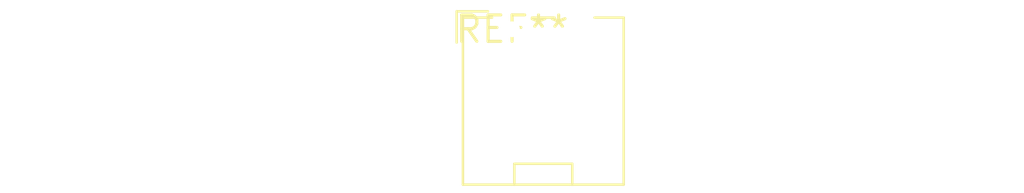
<source format=kicad_pcb>
(kicad_pcb (version 20240108) (generator pcbnew)
  (layers (0 "F.Cu" signal) (31 "B.Cu" signal) (34 "B.Paste" user) (35 "F.Paste" user) (36 "B.SilkS" user "B.Silkscreen") (37 "F.SilkS" user "F.Silkscreen") (38 "B.Mask" user) (39 "F.Mask" user) (44 "Edge.Cuts" user))
  (net 0 "")
  (footprint "JST_ZE_S03B-ZESK-2D_1x03_P1.50mm_Horizontal" (layer "F.Cu") (at 0 0)
    (property "Reference" "REF**")
    (property "Value" "JST_ZE_S03B-ZESK-2D_1x03_P1.50mm_Horizontal")
    (fp_line (start -2.66 -0.86) (end -1.16 -0.86) (layer "F.SilkS") (stroke (width 0.12)))
    (fp_line (start -2.66 0.64) (end -2.66 -0.86) (layer "F.SilkS") (stroke (width 0.12)))
    (fp_line (start -2.36 -0.56) (end -2.36 7.46) (layer "F.SilkS") (stroke (width 0.12)))
    (fp_line (start -2.36 7.46) (end 5.36 7.46) (layer "F.SilkS") (stroke (width 0.12)))
    (fp_line (start -0.96 -0.56) (end -2.36 -0.56) (layer "F.SilkS") (stroke (width 0.12)))
    (fp_line (start 0.11 6.46) (end 2.89 6.46) (layer "F.SilkS") (stroke (width 0.12)))
    (fp_line (start 0.11 7.46) (end 0.11 6.46) (layer "F.SilkS") (stroke (width 0.12)))
    (fp_line (start 0.96 -0.56) (end 2.04 -0.56) (layer "F.SilkS") (stroke (width 0.12)))
    (fp_line (start 2.89 6.46) (end 2.89 7.46) (layer "F.SilkS") (stroke (width 0.12)))
    (fp_line (start 5.36 -0.56) (end 3.96 -0.56) (layer "F.SilkS") (stroke (width 0.12)))
    (fp_line (start 5.36 7.46) (end 5.36 -0.56) (layer "F.SilkS") (stroke (width 0.12)))
    (pad "" np_thru_hole circle (at -1.55 1.85) (size 1.15 1.15) (drill 1.15) (layers *.Cu *.Mask))
    (pad "" np_thru_hole circle (at 4.55 1.85) (size 1.15 1.15) (drill 1.15) (layers *.Cu *.Mask))
    (pad "1" thru_hole roundrect (at 0 0) (size 1.4 1.75) (drill 0.75) (layers *.Cu *.Mask) (remove_unused_layers) (roundrect_rratio 0.178571))
    (pad "2" thru_hole oval (at 1.5 3.7) (size 1.4 1.75) (drill 0.75) (layers *.Cu *.Mask) (remove_unused_layers))
    (pad "3" thru_hole oval (at 3 0) (size 1.4 1.75) (drill 0.75) (layers *.Cu *.Mask) (remove_unused_layers))
  )
)
</source>
